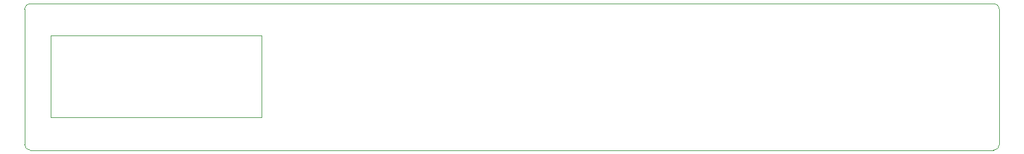
<source format=gm1>
%TF.GenerationSoftware,KiCad,Pcbnew,(5.99.0-12610-g07e01e6297)*%
%TF.CreationDate,2021-10-18T15:28:35+01:00*%
%TF.ProjectId,piccolo-switchplate,70696363-6f6c-46f2-9d73-776974636870,rev?*%
%TF.SameCoordinates,Original*%
%TF.FileFunction,Profile,NP*%
%FSLAX46Y46*%
G04 Gerber Fmt 4.6, Leading zero omitted, Abs format (unit mm)*
G04 Created by KiCad (PCBNEW (5.99.0-12610-g07e01e6297)) date 2021-10-18 15:28:35*
%MOMM*%
%LPD*%
G01*
G04 APERTURE LIST*
%TA.AperFunction,Profile*%
%ADD10C,0.050000*%
%TD*%
%TA.AperFunction,Profile*%
%ADD11C,0.120000*%
%TD*%
G04 APERTURE END LIST*
D10*
X204912496Y-107993750D02*
G75*
G02*
X205706246Y-108787500I0J-793750D01*
G01*
X69085996Y-108787500D02*
G75*
G02*
X69879746Y-107993750I793750J0D01*
G01*
X204912496Y-107993750D02*
X69879746Y-107993750D01*
X69879746Y-128631250D02*
X204912496Y-128631250D01*
X69085996Y-108787500D02*
X69085996Y-127837500D01*
X205706246Y-127837500D02*
X205706246Y-108787500D01*
X69879746Y-128631250D02*
G75*
G02*
X69085996Y-127837500I0J793750D01*
G01*
X205706246Y-127837500D02*
G75*
G02*
X204912496Y-128631250I-793750J0D01*
G01*
D11*
%TO.C,OL1*%
X102292996Y-112509000D02*
X72792996Y-112509000D01*
X72792996Y-112509000D02*
X72792996Y-123999000D01*
X72792996Y-123999000D02*
X102292996Y-123999000D01*
X102292996Y-123999000D02*
X102292996Y-112509000D01*
%TD*%
M02*

</source>
